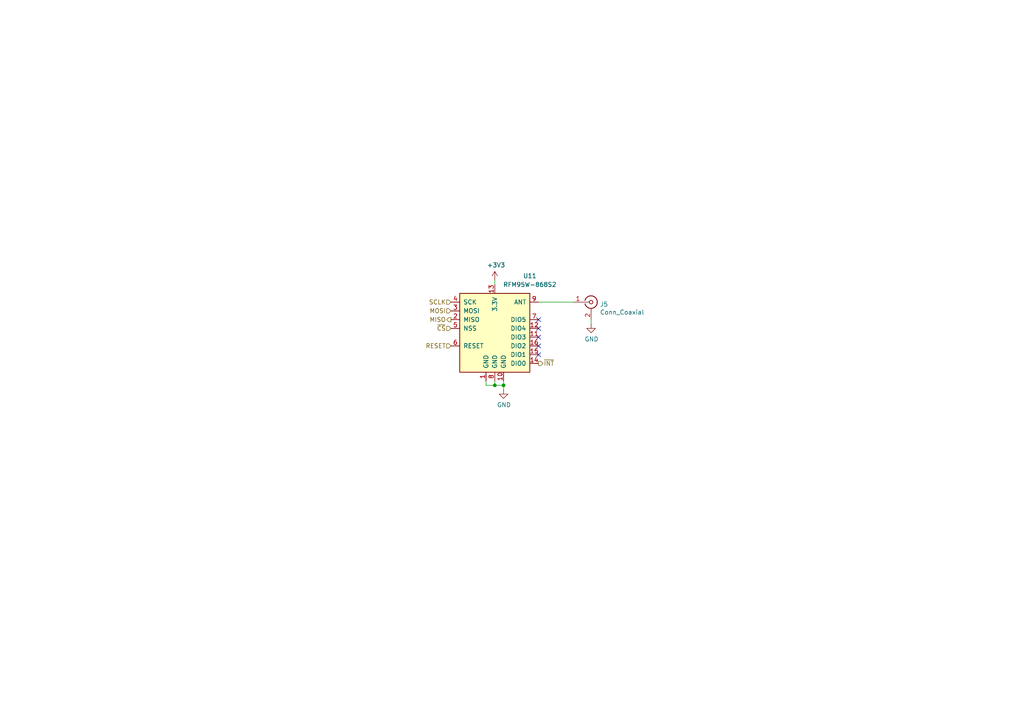
<source format=kicad_sch>
(kicad_sch (version 20211123) (generator eeschema)
  (paper "A4")
  (lib_symbols
    (symbol "Connector:Conn_Coaxial" (pin_names (offset 1.016) hide)
      (property "Reference" "J" (at 0.254 3.048 0))
      (property "Value" "Conn_Coaxial" (at 2.921 0 90))
      (symbol "Conn_Coaxial_0_1"
        (arc (start -1.778 -0.508) (mid 0.222 -1.808) (end 1.778 0) (stroke (width 0.254)))
        (polyline (pts (xy -2.54 0) (xy -0.508 0)))
        (polyline (pts (xy 0 -2.54) (xy 0 -1.778)))
        (circle (center 0 0) (radius 0.508) (stroke (width 0.2032)))
        (arc (start 1.778 0) (mid 0.2221 1.8083) (end -1.778 0.508) (stroke (width 0.254)))
      )
      (symbol "Conn_Coaxial_1_1"
        (pin passive line (at -5.08 0 0) (length 2.54) (name "In") (number "1"))
        (pin passive line (at 0 -5.08 90) (length 2.54) (name "Ext") (number "2"))
      )
    )
    (symbol "RF_Module:RFM95W-868S2" (pin_names (offset 1.016))
      (property "Reference" "U" (at -10.414 11.684 0))
      (property "Value" "RFM95W-868S2" (at 1.524 11.43 0))
      (symbol "RFM95W-868S2_0_1"
        (rectangle (start -10.16 10.16) (end 10.16 -12.7) (stroke (width 0.254)) (fill (type background)))
      )
      (symbol "RFM95W-868S2_1_1"
        (pin power_in line (at -2.54 -15.24 90) (length 2.54) (name "GND") (number "1"))
        (pin power_in line (at 2.54 -15.24 90) (length 2.54) (name "GND") (number "10"))
        (pin bidirectional line (at 12.7 -2.54 180) (length 2.54) (name "DIO3") (number "11"))
        (pin bidirectional line (at 12.7 0 180) (length 2.54) (name "DIO4") (number "12"))
        (pin power_in line (at 0 12.7 270) (length 2.54) (name "3.3V") (number "13"))
        (pin bidirectional line (at 12.7 -10.16 180) (length 2.54) (name "DIO0") (number "14"))
        (pin bidirectional line (at 12.7 -7.62 180) (length 2.54) (name "DIO1") (number "15"))
        (pin bidirectional line (at 12.7 -5.08 180) (length 2.54) (name "DIO2") (number "16"))
        (pin output line (at -12.7 2.54 0) (length 2.54) (name "MISO") (number "2"))
        (pin input line (at -12.7 5.08 0) (length 2.54) (name "MOSI") (number "3"))
        (pin input line (at -12.7 7.62 0) (length 2.54) (name "SCK") (number "4"))
        (pin input line (at -12.7 0 0) (length 2.54) (name "NSS") (number "5"))
        (pin bidirectional line (at -12.7 -5.08 0) (length 2.54) (name "RESET") (number "6"))
        (pin bidirectional line (at 12.7 2.54 180) (length 2.54) (name "DIO5") (number "7"))
        (pin power_in line (at 0 -15.24 90) (length 2.54) (name "GND") (number "8"))
        (pin bidirectional line (at 12.7 7.62 180) (length 2.54) (name "ANT") (number "9"))
      )
    )
    (symbol "power:+3V3" (power) (pin_names (offset 0))
      (property "Value" "+3V3" (at 0 3.556 0))
      (symbol "+3V3_0_1"
        (polyline (pts (xy -0.762 1.27) (xy 0 2.54)))
        (polyline (pts (xy 0 0) (xy 0 2.54)))
        (polyline (pts (xy 0 2.54) (xy 0.762 1.27)))
      )
      (symbol "+3V3_1_1"
        (pin power_in line (at 0 0 90) (length 0) hide (name "+3V3") (number "1"))
      )
    )
    (symbol "power:GND" (power) (pin_names (offset 0))
      (property "Value" "GND" (at 0 -3.81 0))
      (symbol "GND_0_1"
        (polyline (pts (xy 0 0) (xy 0 -1.27) (xy 1.27 -1.27) (xy 0 -2.54) (xy -1.27 -1.27) (xy 0 -1.27)))
      )
      (symbol "GND_1_1"
        (pin power_in line (at 0 0 270) (length 0) hide (name "GND") (number "1"))
      )
    )
  )
  (junction (at 146.05 111.76))
  (junction (at 143.51 111.76))
  (no_connect (at 156.21 100.33))
  (no_connect (at 156.21 97.79))
  (no_connect (at 156.21 92.71))
  (no_connect (at 156.21 95.25))
  (no_connect (at 156.21 102.87))
  (wire (pts (xy 140.97 111.76) (xy 143.51 111.76)))
  (wire (pts (xy 146.05 111.76) (xy 146.05 110.49)))
  (wire (pts (xy 143.51 81.28) (xy 143.51 82.55)))
  (wire (pts (xy 143.51 110.49) (xy 143.51 111.76)))
  (wire (pts (xy 143.51 111.76) (xy 146.05 111.76)))
  (wire (pts (xy 156.21 87.63) (xy 166.37 87.63)))
  (wire (pts (xy 140.97 110.49) (xy 140.97 111.76)))
  (wire (pts (xy 171.45 93.98) (xy 171.45 92.71)))
  (wire (pts (xy 146.05 113.03) (xy 146.05 111.76)))
  (hierarchical_label "MOSI" (shape input) (at 130.81 90.17 180))
  (hierarchical_label "~{CS}" (shape input) (at 130.81 95.25 180))
  (hierarchical_label "~{INT}" (shape output) (at 156.21 105.41 0))
  (hierarchical_label "SCLK" (shape input) (at 130.81 87.63 180))
  (hierarchical_label "MISO" (shape output) (at 130.81 92.71 180))
  (hierarchical_label "RESET" (shape input) (at 130.81 100.33 180))
  (symbol (lib_id "RF_Module:RFM95W-868S2") (at 143.51 95.25 0) (unit 1)
    (property "Reference" "U11" (at 153.67 80.01 0))
    (property "Value" "RFM95W-868S2" (at 153.67 82.55 0))
    (property "Footprint" "RF_Module:HOPERF_RFM9XW_SMD" (effects hide))
    (property "Datasheet" "https://www.hoperf.com/data/upload/portal/20181127/5bfcbea20e9ef.pdf" (effects hide))
  )
  (symbol (lib_id "Connector:Conn_Coaxial") (at 171.45 87.63 0) (unit 1)
    (property "Reference" "J5" (at 173.99 88.265 0) (effects (justify left)))
    (property "Value" "Conn_Coaxial" (at 173.99 90.5764 0) (effects (justify left)))
    (property "Footprint" "Connector_Coaxial:SMA_Molex_73251-1153_EdgeMount_Horizontal" (effects hide))
    (property "Datasheet" " ~" (effects hide))
  )
  (symbol (lib_id "power:GND") (at 171.45 93.98 0) (unit 1)
    (property "Reference" "#PWR0102" (effects hide))
    (property "Value" "GND" (at 171.577 98.3742 0))
  )
  (symbol (lib_id "power:GND") (at 146.05 113.03 0) (unit 1)
    (property "Reference" "#PWR0103" (effects hide))
    (property "Value" "GND" (at 146.177 117.4242 0))
  )
  (symbol (lib_id "power:+3V3") (at 143.51 81.28 0) (unit 1)
    (property "Reference" "#PWR0104" (effects hide))
    (property "Value" "+3V3" (at 143.891 76.8858 0))
  )
)
</source>
